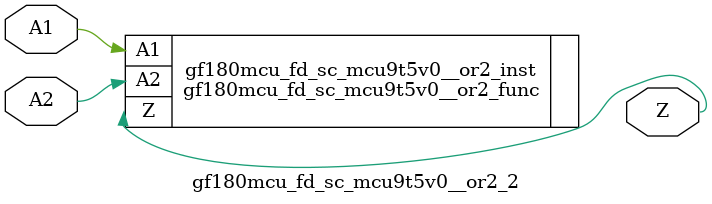
<source format=v>

`ifndef GF180MCU_FD_SC_MCU9T5V0__OR2_2_V
`define GF180MCU_FD_SC_MCU9T5V0__OR2_2_V

`include "gf180mcu_fd_sc_mcu9t5v0__or2.v"

`ifdef USE_POWER_PINS
module gf180mcu_fd_sc_mcu9t5v0__or2_2( A1, A2, Z, VDD, VSS );
inout VDD, VSS;
`else // If not USE_POWER_PINS
module gf180mcu_fd_sc_mcu9t5v0__or2_2( A1, A2, Z );
`endif // If not USE_POWER_PINS
input A1, A2;
output Z;

`ifdef USE_POWER_PINS
  gf180mcu_fd_sc_mcu9t5v0__or2_func gf180mcu_fd_sc_mcu9t5v0__or2_inst(.A1(A1),.A2(A2),.Z(Z),.VDD(VDD),.VSS(VSS));
`else // If not USE_POWER_PINS
  gf180mcu_fd_sc_mcu9t5v0__or2_func gf180mcu_fd_sc_mcu9t5v0__or2_inst(.A1(A1),.A2(A2),.Z(Z));
`endif // If not USE_POWER_PINS

`ifndef FUNCTIONAL
	// spec_gates_begin


	// spec_gates_end



   specify

	// specify_block_begin

	// comb arc A1 --> Z
	 (A1 => Z) = (1.0,1.0);

	// comb arc A2 --> Z
	 (A2 => Z) = (1.0,1.0);

	// specify_block_end

   endspecify

   `endif

endmodule
`endif // GF180MCU_FD_SC_MCU9T5V0__OR2_2_V

</source>
